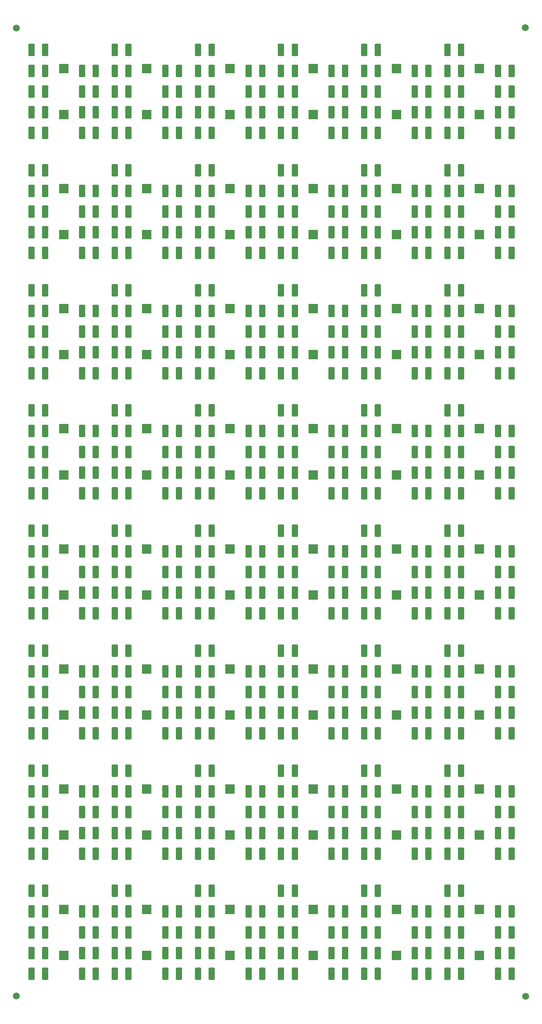
<source format=gbr>
%TF.GenerationSoftware,KiCad,Pcbnew,(7.0.0)*%
%TF.CreationDate,2023-02-27T23:00:04+05:30*%
%TF.ProjectId,9W_SYSKA,39575f53-5953-44b4-912e-6b696361645f,rev?*%
%TF.SameCoordinates,Original*%
%TF.FileFunction,Soldermask,Top*%
%TF.FilePolarity,Negative*%
%FSLAX46Y46*%
G04 Gerber Fmt 4.6, Leading zero omitted, Abs format (unit mm)*
G04 Created by KiCad (PCBNEW (7.0.0)) date 2023-02-27 23:00:04*
%MOMM*%
%LPD*%
G01*
G04 APERTURE LIST*
G04 Aperture macros list*
%AMRoundRect*
0 Rectangle with rounded corners*
0 $1 Rounding radius*
0 $2 $3 $4 $5 $6 $7 $8 $9 X,Y pos of 4 corners*
0 Add a 4 corners polygon primitive as box body*
4,1,4,$2,$3,$4,$5,$6,$7,$8,$9,$2,$3,0*
0 Add four circle primitives for the rounded corners*
1,1,$1+$1,$2,$3*
1,1,$1+$1,$4,$5*
1,1,$1+$1,$6,$7*
1,1,$1+$1,$8,$9*
0 Add four rect primitives between the rounded corners*
20,1,$1+$1,$2,$3,$4,$5,0*
20,1,$1+$1,$4,$5,$6,$7,0*
20,1,$1+$1,$6,$7,$8,$9,0*
20,1,$1+$1,$8,$9,$2,$3,0*%
G04 Aperture macros list end*
%ADD10C,1.500000*%
%ADD11RoundRect,0.250001X-0.462499X-1.074999X0.462499X-1.074999X0.462499X1.074999X-0.462499X1.074999X0*%
%ADD12R,2.000000X2.000000*%
G04 APERTURE END LIST*
D10*
%TO.C,REF\u002A\u002A*%
X98710000Y-231520000D03*
%TD*%
D11*
%TO.C,L9*%
X203515000Y-161000000D03*
X206490000Y-161000000D03*
%TD*%
%TO.C,L7*%
X167315000Y-222200000D03*
X170290000Y-222200000D03*
%TD*%
%TO.C,L8*%
X149215000Y-139400000D03*
X152190000Y-139400000D03*
%TD*%
%TO.C,L6*%
X167315000Y-174500000D03*
X170290000Y-174500000D03*
%TD*%
D12*
%TO.C,J1*%
X127102499Y-108299999D03*
%TD*%
D11*
%TO.C,L3*%
X174415000Y-113300000D03*
X177390000Y-113300000D03*
%TD*%
%TO.C,L3*%
X156315000Y-217700000D03*
X159290000Y-217700000D03*
%TD*%
%TO.C,L8*%
X149215000Y-191600000D03*
X152190000Y-191600000D03*
%TD*%
%TO.C,L5*%
X174412500Y-44000000D03*
X177387500Y-44000000D03*
%TD*%
%TO.C,L8*%
X131112500Y-35000000D03*
X134087500Y-35000000D03*
%TD*%
%TO.C,L8*%
X149215000Y-165500000D03*
X152190000Y-165500000D03*
%TD*%
%TO.C,L5*%
X156315000Y-174500000D03*
X159290000Y-174500000D03*
%TD*%
D12*
%TO.C,J2*%
X108999999Y-66099999D03*
%TD*%
D11*
%TO.C,L5*%
X192515000Y-174500000D03*
X195490000Y-174500000D03*
%TD*%
D12*
%TO.C,J1*%
X181402499Y-186599999D03*
%TD*%
D11*
%TO.C,L6*%
X203515000Y-200600000D03*
X206490000Y-200600000D03*
%TD*%
%TO.C,L5*%
X138215000Y-200600000D03*
X141190000Y-200600000D03*
%TD*%
%TO.C,L4*%
X192512500Y-91700000D03*
X195487500Y-91700000D03*
%TD*%
%TO.C,L1*%
X174412500Y-52100000D03*
X177387500Y-52100000D03*
%TD*%
%TO.C,L7*%
X131112500Y-39500000D03*
X134087500Y-39500000D03*
%TD*%
%TO.C,L7*%
X203512500Y-91700000D03*
X206487500Y-91700000D03*
%TD*%
%TO.C,L8*%
X203512500Y-61100000D03*
X206487500Y-61100000D03*
%TD*%
%TO.C,L6*%
X131112500Y-96200000D03*
X134087500Y-96200000D03*
%TD*%
%TO.C,L9*%
X131112500Y-82700000D03*
X134087500Y-82700000D03*
%TD*%
%TO.C,L2*%
X138215000Y-134900000D03*
X141190000Y-134900000D03*
%TD*%
D10*
%TO.C,REF\u002A\u002A*%
X209460000Y-21150000D03*
%TD*%
D11*
%TO.C,L9*%
X113012500Y-30500000D03*
X115987500Y-30500000D03*
%TD*%
%TO.C,L2*%
X138215000Y-187100000D03*
X141190000Y-187100000D03*
%TD*%
%TO.C,L7*%
X131115000Y-222200000D03*
X134090000Y-222200000D03*
%TD*%
D12*
%TO.C,J2*%
X108999999Y-92199999D03*
%TD*%
D11*
%TO.C,L9*%
X203512500Y-30500000D03*
X206487500Y-30500000D03*
%TD*%
D12*
%TO.C,J1*%
X145199999Y-82199999D03*
%TD*%
D11*
%TO.C,L8*%
X203515000Y-113300000D03*
X206490000Y-113300000D03*
%TD*%
D12*
%TO.C,J2*%
X145199999Y-39999999D03*
%TD*%
%TO.C,J2*%
X163299999Y-92199999D03*
%TD*%
D11*
%TO.C,L9*%
X149215000Y-134900000D03*
X152190000Y-134900000D03*
%TD*%
%TO.C,L1*%
X120112500Y-52100000D03*
X123087500Y-52100000D03*
%TD*%
%TO.C,L3*%
X174412500Y-35000000D03*
X177387500Y-35000000D03*
%TD*%
%TO.C,L2*%
X156315000Y-134900000D03*
X159290000Y-134900000D03*
%TD*%
%TO.C,L8*%
X113015000Y-217700000D03*
X115990000Y-217700000D03*
%TD*%
%TO.C,L2*%
X156312500Y-30500000D03*
X159287500Y-30500000D03*
%TD*%
%TO.C,L6*%
X149215000Y-200600000D03*
X152190000Y-200600000D03*
%TD*%
%TO.C,L9*%
X203515000Y-187100000D03*
X206490000Y-187100000D03*
%TD*%
%TO.C,L2*%
X156312500Y-56600000D03*
X159287500Y-56600000D03*
%TD*%
%TO.C,L9*%
X185415000Y-108800000D03*
X188390000Y-108800000D03*
%TD*%
%TO.C,L4*%
X138215000Y-117800000D03*
X141190000Y-117800000D03*
%TD*%
%TO.C,L4*%
X174415000Y-117800000D03*
X177390000Y-117800000D03*
%TD*%
%TO.C,L6*%
X185415000Y-226700000D03*
X188390000Y-226700000D03*
%TD*%
%TO.C,L9*%
X167312500Y-82700000D03*
X170287500Y-82700000D03*
%TD*%
%TO.C,L8*%
X203515000Y-165500000D03*
X206490000Y-165500000D03*
%TD*%
%TO.C,L9*%
X131115000Y-161000000D03*
X134090000Y-161000000D03*
%TD*%
%TO.C,L4*%
X156312500Y-65600000D03*
X159287500Y-65600000D03*
%TD*%
%TO.C,L6*%
X113015000Y-226700000D03*
X115990000Y-226700000D03*
%TD*%
%TO.C,L6*%
X131115000Y-226700000D03*
X134090000Y-226700000D03*
%TD*%
D12*
%TO.C,J1*%
X181399999Y-56099999D03*
%TD*%
D11*
%TO.C,L6*%
X131115000Y-200600000D03*
X134090000Y-200600000D03*
%TD*%
%TO.C,L6*%
X131115000Y-174500000D03*
X134090000Y-174500000D03*
%TD*%
%TO.C,L2*%
X120112500Y-56600000D03*
X123087500Y-56600000D03*
%TD*%
%TO.C,L7*%
X131112500Y-91700000D03*
X134087500Y-91700000D03*
%TD*%
%TO.C,L9*%
X167315000Y-134900000D03*
X170290000Y-134900000D03*
%TD*%
%TO.C,L7*%
X149212500Y-91700000D03*
X152187500Y-91700000D03*
%TD*%
D12*
%TO.C,J2*%
X127102499Y-118299999D03*
%TD*%
D11*
%TO.C,L5*%
X192515000Y-226700000D03*
X195490000Y-226700000D03*
%TD*%
%TO.C,L6*%
X149215000Y-122300000D03*
X152190000Y-122300000D03*
%TD*%
%TO.C,L2*%
X192515000Y-187100000D03*
X195490000Y-187100000D03*
%TD*%
D12*
%TO.C,J1*%
X145202499Y-186599999D03*
%TD*%
D11*
%TO.C,L6*%
X185412500Y-70100000D03*
X188387500Y-70100000D03*
%TD*%
%TO.C,L2*%
X156315000Y-187100000D03*
X159290000Y-187100000D03*
%TD*%
%TO.C,L5*%
X138215000Y-226700000D03*
X141190000Y-226700000D03*
%TD*%
%TO.C,L7*%
X167312500Y-91700000D03*
X170287500Y-91700000D03*
%TD*%
%TO.C,L2*%
X102012500Y-82700000D03*
X104987500Y-82700000D03*
%TD*%
%TO.C,L5*%
X120112500Y-44000000D03*
X123087500Y-44000000D03*
%TD*%
D12*
%TO.C,J2*%
X199499999Y-39999999D03*
%TD*%
D11*
%TO.C,L3*%
X174415000Y-191600000D03*
X177390000Y-191600000D03*
%TD*%
D12*
%TO.C,J1*%
X199502499Y-186599999D03*
%TD*%
%TO.C,J2*%
X199499999Y-92199999D03*
%TD*%
D11*
%TO.C,L3*%
X102015000Y-191600000D03*
X104990000Y-191600000D03*
%TD*%
D12*
%TO.C,J1*%
X127102499Y-212699999D03*
%TD*%
%TO.C,J2*%
X199502499Y-222699999D03*
%TD*%
D11*
%TO.C,L9*%
X185415000Y-161000000D03*
X188390000Y-161000000D03*
%TD*%
%TO.C,L4*%
X120115000Y-222200000D03*
X123090000Y-222200000D03*
%TD*%
D12*
%TO.C,J2*%
X108999999Y-39999999D03*
%TD*%
D11*
%TO.C,L3*%
X156312500Y-35000000D03*
X159287500Y-35000000D03*
%TD*%
D12*
%TO.C,J1*%
X145202499Y-108299999D03*
%TD*%
D11*
%TO.C,L1*%
X174412500Y-26000000D03*
X177387500Y-26000000D03*
%TD*%
%TO.C,L7*%
X149215000Y-117800000D03*
X152190000Y-117800000D03*
%TD*%
D12*
%TO.C,J1*%
X163302499Y-108299999D03*
%TD*%
D11*
%TO.C,L3*%
X192512500Y-35000000D03*
X195487500Y-35000000D03*
%TD*%
%TO.C,L2*%
X120115000Y-213200000D03*
X123090000Y-213200000D03*
%TD*%
D12*
%TO.C,J1*%
X199502499Y-108299999D03*
%TD*%
%TO.C,J1*%
X109002499Y-134399999D03*
%TD*%
D11*
%TO.C,L2*%
X174415000Y-134900000D03*
X177390000Y-134900000D03*
%TD*%
%TO.C,L6*%
X131115000Y-148400000D03*
X134090000Y-148400000D03*
%TD*%
%TO.C,L3*%
X156315000Y-139400000D03*
X159290000Y-139400000D03*
%TD*%
%TO.C,L6*%
X113012500Y-96200000D03*
X115987500Y-96200000D03*
%TD*%
%TO.C,L4*%
X120112500Y-91700000D03*
X123087500Y-91700000D03*
%TD*%
%TO.C,L4*%
X120115000Y-170000000D03*
X123090000Y-170000000D03*
%TD*%
%TO.C,L2*%
X120115000Y-108800000D03*
X123090000Y-108800000D03*
%TD*%
%TO.C,L8*%
X149215000Y-217700000D03*
X152190000Y-217700000D03*
%TD*%
%TO.C,L4*%
X102012500Y-65600000D03*
X104987500Y-65600000D03*
%TD*%
%TO.C,L6*%
X149212500Y-96200000D03*
X152187500Y-96200000D03*
%TD*%
%TO.C,L8*%
X167315000Y-191600000D03*
X170290000Y-191600000D03*
%TD*%
%TO.C,L4*%
X138215000Y-170000000D03*
X141190000Y-170000000D03*
%TD*%
%TO.C,L8*%
X113015000Y-165500000D03*
X115990000Y-165500000D03*
%TD*%
%TO.C,L7*%
X203515000Y-222200000D03*
X206490000Y-222200000D03*
%TD*%
%TO.C,L5*%
X102012500Y-96200000D03*
X104987500Y-96200000D03*
%TD*%
D10*
%TO.C,REF\u002A\u002A*%
X209510000Y-231580000D03*
%TD*%
D11*
%TO.C,L8*%
X113012500Y-87200000D03*
X115987500Y-87200000D03*
%TD*%
%TO.C,L9*%
X113015000Y-213200000D03*
X115990000Y-213200000D03*
%TD*%
%TO.C,L9*%
X113015000Y-108800000D03*
X115990000Y-108800000D03*
%TD*%
%TO.C,L5*%
X174412500Y-96200000D03*
X177387500Y-96200000D03*
%TD*%
D12*
%TO.C,J2*%
X163299999Y-39999999D03*
%TD*%
D11*
%TO.C,L1*%
X120115000Y-208700000D03*
X123090000Y-208700000D03*
%TD*%
%TO.C,L4*%
X192515000Y-196100000D03*
X195490000Y-196100000D03*
%TD*%
%TO.C,L3*%
X102015000Y-139400000D03*
X104990000Y-139400000D03*
%TD*%
%TO.C,L1*%
X138212500Y-52100000D03*
X141187500Y-52100000D03*
%TD*%
%TO.C,L7*%
X113012500Y-91700000D03*
X115987500Y-91700000D03*
%TD*%
%TO.C,L3*%
X138215000Y-165500000D03*
X141190000Y-165500000D03*
%TD*%
%TO.C,L1*%
X156312500Y-26000000D03*
X159287500Y-26000000D03*
%TD*%
%TO.C,L6*%
X113015000Y-200600000D03*
X115990000Y-200600000D03*
%TD*%
%TO.C,L6*%
X185415000Y-148400000D03*
X188390000Y-148400000D03*
%TD*%
%TO.C,L2*%
X102015000Y-161000000D03*
X104990000Y-161000000D03*
%TD*%
%TO.C,L3*%
X156312500Y-61100000D03*
X159287500Y-61100000D03*
%TD*%
%TO.C,L1*%
X138215000Y-208700000D03*
X141190000Y-208700000D03*
%TD*%
D12*
%TO.C,J2*%
X145199999Y-66099999D03*
%TD*%
D11*
%TO.C,L8*%
X131115000Y-217700000D03*
X134090000Y-217700000D03*
%TD*%
%TO.C,L8*%
X167312500Y-35000000D03*
X170287500Y-35000000D03*
%TD*%
D12*
%TO.C,J2*%
X199502499Y-118299999D03*
%TD*%
D11*
%TO.C,L4*%
X156315000Y-143900000D03*
X159290000Y-143900000D03*
%TD*%
%TO.C,L1*%
X138212500Y-78200000D03*
X141187500Y-78200000D03*
%TD*%
%TO.C,L3*%
X156315000Y-191600000D03*
X159290000Y-191600000D03*
%TD*%
%TO.C,L9*%
X167315000Y-213200000D03*
X170290000Y-213200000D03*
%TD*%
%TO.C,L9*%
X185415000Y-213200000D03*
X188390000Y-213200000D03*
%TD*%
%TO.C,L8*%
X167315000Y-139400000D03*
X170290000Y-139400000D03*
%TD*%
%TO.C,L9*%
X185412500Y-56600000D03*
X188387500Y-56600000D03*
%TD*%
%TO.C,L7*%
X131112500Y-65600000D03*
X134087500Y-65600000D03*
%TD*%
D12*
%TO.C,J1*%
X181402499Y-160499999D03*
%TD*%
%TO.C,J1*%
X145202499Y-212699999D03*
%TD*%
D11*
%TO.C,L5*%
X120112500Y-96200000D03*
X123087500Y-96200000D03*
%TD*%
%TO.C,L3*%
X120112500Y-35000000D03*
X123087500Y-35000000D03*
%TD*%
%TO.C,L2*%
X102012500Y-56600000D03*
X104987500Y-56600000D03*
%TD*%
%TO.C,L8*%
X185412500Y-61100000D03*
X188387500Y-61100000D03*
%TD*%
%TO.C,L4*%
X102015000Y-222200000D03*
X104990000Y-222200000D03*
%TD*%
%TO.C,L1*%
X192515000Y-208700000D03*
X195490000Y-208700000D03*
%TD*%
%TO.C,L7*%
X167315000Y-196100000D03*
X170290000Y-196100000D03*
%TD*%
%TO.C,L2*%
X156315000Y-161000000D03*
X159290000Y-161000000D03*
%TD*%
%TO.C,L1*%
X102015000Y-208700000D03*
X104990000Y-208700000D03*
%TD*%
%TO.C,L3*%
X192512500Y-61100000D03*
X195487500Y-61100000D03*
%TD*%
D12*
%TO.C,J2*%
X127102499Y-222699999D03*
%TD*%
D11*
%TO.C,L1*%
X192515000Y-156500000D03*
X195490000Y-156500000D03*
%TD*%
%TO.C,L6*%
X131112500Y-44000000D03*
X134087500Y-44000000D03*
%TD*%
D12*
%TO.C,J2*%
X181399999Y-92199999D03*
%TD*%
D11*
%TO.C,L2*%
X192515000Y-161000000D03*
X195490000Y-161000000D03*
%TD*%
%TO.C,L8*%
X203512500Y-87200000D03*
X206487500Y-87200000D03*
%TD*%
%TO.C,L1*%
X138215000Y-104300000D03*
X141190000Y-104300000D03*
%TD*%
%TO.C,L6*%
X185412500Y-96200000D03*
X188387500Y-96200000D03*
%TD*%
%TO.C,L8*%
X131115000Y-113300000D03*
X134090000Y-113300000D03*
%TD*%
%TO.C,L4*%
X138215000Y-222200000D03*
X141190000Y-222200000D03*
%TD*%
D12*
%TO.C,J1*%
X163299999Y-82199999D03*
%TD*%
D11*
%TO.C,L5*%
X102015000Y-200600000D03*
X104990000Y-200600000D03*
%TD*%
%TO.C,L9*%
X113015000Y-161000000D03*
X115990000Y-161000000D03*
%TD*%
D12*
%TO.C,J2*%
X181399999Y-39999999D03*
%TD*%
D11*
%TO.C,L5*%
X174415000Y-200600000D03*
X177390000Y-200600000D03*
%TD*%
D12*
%TO.C,J1*%
X163299999Y-29999999D03*
%TD*%
%TO.C,J1*%
X163302499Y-160499999D03*
%TD*%
%TO.C,J2*%
X127102499Y-144399999D03*
%TD*%
D11*
%TO.C,L2*%
X174415000Y-108800000D03*
X177390000Y-108800000D03*
%TD*%
D12*
%TO.C,J1*%
X109002499Y-212699999D03*
%TD*%
D11*
%TO.C,L4*%
X174415000Y-196100000D03*
X177390000Y-196100000D03*
%TD*%
%TO.C,L7*%
X185415000Y-117800000D03*
X188390000Y-117800000D03*
%TD*%
%TO.C,L5*%
X156315000Y-122300000D03*
X159290000Y-122300000D03*
%TD*%
%TO.C,L3*%
X138215000Y-139400000D03*
X141190000Y-139400000D03*
%TD*%
%TO.C,L2*%
X174415000Y-161000000D03*
X177390000Y-161000000D03*
%TD*%
D12*
%TO.C,J1*%
X199502499Y-212699999D03*
%TD*%
%TO.C,J2*%
X181402499Y-196599999D03*
%TD*%
D11*
%TO.C,L1*%
X120115000Y-130400000D03*
X123090000Y-130400000D03*
%TD*%
%TO.C,L3*%
X138215000Y-191600000D03*
X141190000Y-191600000D03*
%TD*%
D12*
%TO.C,J1*%
X199499999Y-82199999D03*
%TD*%
D11*
%TO.C,L9*%
X131115000Y-134900000D03*
X134090000Y-134900000D03*
%TD*%
%TO.C,L7*%
X203515000Y-143900000D03*
X206490000Y-143900000D03*
%TD*%
%TO.C,L3*%
X138212500Y-61100000D03*
X141187500Y-61100000D03*
%TD*%
D12*
%TO.C,J2*%
X181402499Y-170499999D03*
%TD*%
D11*
%TO.C,L5*%
X174415000Y-148400000D03*
X177390000Y-148400000D03*
%TD*%
%TO.C,L3*%
X120115000Y-165500000D03*
X123090000Y-165500000D03*
%TD*%
%TO.C,L1*%
X138212500Y-26000000D03*
X141187500Y-26000000D03*
%TD*%
%TO.C,L8*%
X113012500Y-35000000D03*
X115987500Y-35000000D03*
%TD*%
%TO.C,L1*%
X120112500Y-26000000D03*
X123087500Y-26000000D03*
%TD*%
%TO.C,L5*%
X156315000Y-226700000D03*
X159290000Y-226700000D03*
%TD*%
%TO.C,L1*%
X192515000Y-182600000D03*
X195490000Y-182600000D03*
%TD*%
%TO.C,L7*%
X149215000Y-196100000D03*
X152190000Y-196100000D03*
%TD*%
%TO.C,L8*%
X203515000Y-191600000D03*
X206490000Y-191600000D03*
%TD*%
%TO.C,L6*%
X185415000Y-122300000D03*
X188390000Y-122300000D03*
%TD*%
%TO.C,L8*%
X203512500Y-35000000D03*
X206487500Y-35000000D03*
%TD*%
%TO.C,L9*%
X149212500Y-30500000D03*
X152187500Y-30500000D03*
%TD*%
%TO.C,L6*%
X185415000Y-200600000D03*
X188390000Y-200600000D03*
%TD*%
%TO.C,L6*%
X167315000Y-226700000D03*
X170290000Y-226700000D03*
%TD*%
%TO.C,L7*%
X185412500Y-91700000D03*
X188387500Y-91700000D03*
%TD*%
%TO.C,L7*%
X131115000Y-117800000D03*
X134090000Y-117800000D03*
%TD*%
%TO.C,L7*%
X203512500Y-65600000D03*
X206487500Y-65600000D03*
%TD*%
%TO.C,L9*%
X149212500Y-56600000D03*
X152187500Y-56600000D03*
%TD*%
D12*
%TO.C,J1*%
X145199999Y-29999999D03*
%TD*%
D11*
%TO.C,L6*%
X203515000Y-148400000D03*
X206490000Y-148400000D03*
%TD*%
D12*
%TO.C,J1*%
X199502499Y-160499999D03*
%TD*%
D11*
%TO.C,L1*%
X174412500Y-78200000D03*
X177387500Y-78200000D03*
%TD*%
%TO.C,L8*%
X149212500Y-35000000D03*
X152187500Y-35000000D03*
%TD*%
%TO.C,L5*%
X156315000Y-148400000D03*
X159290000Y-148400000D03*
%TD*%
%TO.C,L4*%
X156312500Y-39500000D03*
X159287500Y-39500000D03*
%TD*%
%TO.C,L2*%
X192515000Y-134900000D03*
X195490000Y-134900000D03*
%TD*%
%TO.C,L7*%
X167315000Y-143900000D03*
X170290000Y-143900000D03*
%TD*%
%TO.C,L1*%
X156312500Y-78200000D03*
X159287500Y-78200000D03*
%TD*%
%TO.C,L7*%
X167315000Y-117800000D03*
X170290000Y-117800000D03*
%TD*%
%TO.C,L2*%
X102015000Y-108800000D03*
X104990000Y-108800000D03*
%TD*%
%TO.C,L5*%
X156315000Y-200600000D03*
X159290000Y-200600000D03*
%TD*%
%TO.C,L6*%
X167312500Y-44000000D03*
X170287500Y-44000000D03*
%TD*%
%TO.C,L9*%
X203515000Y-108800000D03*
X206490000Y-108800000D03*
%TD*%
%TO.C,L6*%
X203515000Y-226700000D03*
X206490000Y-226700000D03*
%TD*%
%TO.C,L6*%
X167312500Y-96200000D03*
X170287500Y-96200000D03*
%TD*%
%TO.C,L2*%
X192512500Y-82700000D03*
X195487500Y-82700000D03*
%TD*%
%TO.C,L9*%
X131115000Y-187100000D03*
X134090000Y-187100000D03*
%TD*%
%TO.C,L2*%
X138215000Y-108800000D03*
X141190000Y-108800000D03*
%TD*%
%TO.C,L5*%
X102015000Y-226700000D03*
X104990000Y-226700000D03*
%TD*%
D12*
%TO.C,J2*%
X163299999Y-66099999D03*
%TD*%
D11*
%TO.C,L5*%
X120115000Y-200600000D03*
X123090000Y-200600000D03*
%TD*%
%TO.C,L4*%
X192515000Y-222200000D03*
X195490000Y-222200000D03*
%TD*%
D12*
%TO.C,J1*%
X127099999Y-82199999D03*
%TD*%
D11*
%TO.C,L6*%
X113012500Y-70100000D03*
X115987500Y-70100000D03*
%TD*%
%TO.C,L1*%
X192512500Y-52100000D03*
X195487500Y-52100000D03*
%TD*%
%TO.C,L8*%
X131115000Y-139400000D03*
X134090000Y-139400000D03*
%TD*%
%TO.C,L9*%
X131112500Y-56600000D03*
X134087500Y-56600000D03*
%TD*%
%TO.C,L7*%
X185415000Y-196100000D03*
X188390000Y-196100000D03*
%TD*%
D12*
%TO.C,J1*%
X181399999Y-82199999D03*
%TD*%
D11*
%TO.C,L7*%
X149215000Y-143900000D03*
X152190000Y-143900000D03*
%TD*%
D12*
%TO.C,J2*%
X145202499Y-196599999D03*
%TD*%
D11*
%TO.C,L5*%
X174412500Y-70100000D03*
X177387500Y-70100000D03*
%TD*%
D12*
%TO.C,J2*%
X163302499Y-118299999D03*
%TD*%
D11*
%TO.C,L8*%
X185415000Y-191600000D03*
X188390000Y-191600000D03*
%TD*%
%TO.C,L1*%
X156315000Y-130400000D03*
X159290000Y-130400000D03*
%TD*%
%TO.C,L5*%
X102015000Y-174500000D03*
X104990000Y-174500000D03*
%TD*%
%TO.C,L1*%
X120115000Y-156500000D03*
X123090000Y-156500000D03*
%TD*%
%TO.C,L7*%
X203512500Y-39500000D03*
X206487500Y-39500000D03*
%TD*%
%TO.C,L4*%
X102015000Y-196100000D03*
X104990000Y-196100000D03*
%TD*%
%TO.C,L4*%
X138212500Y-91700000D03*
X141187500Y-91700000D03*
%TD*%
%TO.C,L5*%
X192515000Y-148400000D03*
X195490000Y-148400000D03*
%TD*%
%TO.C,L3*%
X174415000Y-217700000D03*
X177390000Y-217700000D03*
%TD*%
%TO.C,L7*%
X185412500Y-65600000D03*
X188387500Y-65600000D03*
%TD*%
%TO.C,L3*%
X120115000Y-191600000D03*
X123090000Y-191600000D03*
%TD*%
%TO.C,L5*%
X192515000Y-122300000D03*
X195490000Y-122300000D03*
%TD*%
%TO.C,L6*%
X203515000Y-122300000D03*
X206490000Y-122300000D03*
%TD*%
%TO.C,L8*%
X167315000Y-217700000D03*
X170290000Y-217700000D03*
%TD*%
%TO.C,L8*%
X113012500Y-61100000D03*
X115987500Y-61100000D03*
%TD*%
%TO.C,L5*%
X156312500Y-70100000D03*
X159287500Y-70100000D03*
%TD*%
%TO.C,L2*%
X174415000Y-187100000D03*
X177390000Y-187100000D03*
%TD*%
D12*
%TO.C,J1*%
X127102499Y-160499999D03*
%TD*%
D11*
%TO.C,L4*%
X138212500Y-65600000D03*
X141187500Y-65600000D03*
%TD*%
D12*
%TO.C,J2*%
X127102499Y-170499999D03*
%TD*%
%TO.C,J1*%
X199499999Y-29999999D03*
%TD*%
D11*
%TO.C,L7*%
X113012500Y-65600000D03*
X115987500Y-65600000D03*
%TD*%
%TO.C,L7*%
X131115000Y-143900000D03*
X134090000Y-143900000D03*
%TD*%
%TO.C,L2*%
X120115000Y-161000000D03*
X123090000Y-161000000D03*
%TD*%
D12*
%TO.C,J1*%
X181402499Y-134399999D03*
%TD*%
D11*
%TO.C,L8*%
X185412500Y-35000000D03*
X188387500Y-35000000D03*
%TD*%
%TO.C,L8*%
X185415000Y-217700000D03*
X188390000Y-217700000D03*
%TD*%
D12*
%TO.C,J1*%
X181402499Y-212699999D03*
%TD*%
D11*
%TO.C,L1*%
X174415000Y-130400000D03*
X177390000Y-130400000D03*
%TD*%
%TO.C,L6*%
X185412500Y-44000000D03*
X188387500Y-44000000D03*
%TD*%
%TO.C,L3*%
X192515000Y-191600000D03*
X195490000Y-191600000D03*
%TD*%
D12*
%TO.C,J1*%
X199502499Y-134399999D03*
%TD*%
D11*
%TO.C,L5*%
X120112500Y-70100000D03*
X123087500Y-70100000D03*
%TD*%
%TO.C,L6*%
X167315000Y-148400000D03*
X170290000Y-148400000D03*
%TD*%
%TO.C,L1*%
X192515000Y-130400000D03*
X195490000Y-130400000D03*
%TD*%
D12*
%TO.C,J1*%
X127099999Y-56099999D03*
%TD*%
D11*
%TO.C,L1*%
X174415000Y-208700000D03*
X177390000Y-208700000D03*
%TD*%
%TO.C,L6*%
X167315000Y-122300000D03*
X170290000Y-122300000D03*
%TD*%
%TO.C,L3*%
X192515000Y-217700000D03*
X195490000Y-217700000D03*
%TD*%
%TO.C,L2*%
X192515000Y-108800000D03*
X195490000Y-108800000D03*
%TD*%
D12*
%TO.C,J2*%
X163302499Y-196599999D03*
%TD*%
D11*
%TO.C,L8*%
X113015000Y-139400000D03*
X115990000Y-139400000D03*
%TD*%
%TO.C,L5*%
X174415000Y-122300000D03*
X177390000Y-122300000D03*
%TD*%
%TO.C,L3*%
X138215000Y-113300000D03*
X141190000Y-113300000D03*
%TD*%
%TO.C,L4*%
X102015000Y-143900000D03*
X104990000Y-143900000D03*
%TD*%
%TO.C,L1*%
X138215000Y-156500000D03*
X141190000Y-156500000D03*
%TD*%
D12*
%TO.C,J1*%
X127099999Y-29999999D03*
%TD*%
D11*
%TO.C,L7*%
X203515000Y-117800000D03*
X206490000Y-117800000D03*
%TD*%
%TO.C,L7*%
X185415000Y-170000000D03*
X188390000Y-170000000D03*
%TD*%
%TO.C,L2*%
X120112500Y-30500000D03*
X123087500Y-30500000D03*
%TD*%
D12*
%TO.C,J2*%
X127099999Y-92199999D03*
%TD*%
D11*
%TO.C,L8*%
X167312500Y-61100000D03*
X170287500Y-61100000D03*
%TD*%
%TO.C,L7*%
X149212500Y-65600000D03*
X152187500Y-65600000D03*
%TD*%
%TO.C,L2*%
X174415000Y-213200000D03*
X177390000Y-213200000D03*
%TD*%
D12*
%TO.C,J2*%
X181402499Y-144399999D03*
%TD*%
%TO.C,J2*%
X163302499Y-222699999D03*
%TD*%
D11*
%TO.C,L4*%
X174412500Y-39500000D03*
X177387500Y-39500000D03*
%TD*%
D12*
%TO.C,J1*%
X145202499Y-134399999D03*
%TD*%
D11*
%TO.C,L9*%
X167315000Y-187100000D03*
X170290000Y-187100000D03*
%TD*%
%TO.C,L3*%
X174415000Y-139400000D03*
X177390000Y-139400000D03*
%TD*%
%TO.C,L3*%
X138212500Y-35000000D03*
X141187500Y-35000000D03*
%TD*%
%TO.C,L8*%
X203515000Y-217700000D03*
X206490000Y-217700000D03*
%TD*%
%TO.C,L5*%
X192512500Y-70100000D03*
X195487500Y-70100000D03*
%TD*%
%TO.C,L9*%
X131115000Y-213200000D03*
X134090000Y-213200000D03*
%TD*%
%TO.C,L9*%
X131112500Y-30500000D03*
X134087500Y-30500000D03*
%TD*%
%TO.C,L9*%
X185412500Y-82700000D03*
X188387500Y-82700000D03*
%TD*%
%TO.C,L2*%
X138212500Y-56600000D03*
X141187500Y-56600000D03*
%TD*%
D12*
%TO.C,J2*%
X127099999Y-66099999D03*
%TD*%
D11*
%TO.C,L2*%
X102015000Y-134900000D03*
X104990000Y-134900000D03*
%TD*%
%TO.C,L7*%
X167315000Y-170000000D03*
X170290000Y-170000000D03*
%TD*%
%TO.C,L5*%
X138212500Y-70100000D03*
X141187500Y-70100000D03*
%TD*%
D12*
%TO.C,J2*%
X145202499Y-118299999D03*
%TD*%
%TO.C,J2*%
X199499999Y-66099999D03*
%TD*%
%TO.C,J2*%
X199502499Y-144399999D03*
%TD*%
D11*
%TO.C,L3*%
X138215000Y-217700000D03*
X141190000Y-217700000D03*
%TD*%
%TO.C,L4*%
X156315000Y-117800000D03*
X159290000Y-117800000D03*
%TD*%
%TO.C,L6*%
X149215000Y-148400000D03*
X152190000Y-148400000D03*
%TD*%
%TO.C,L3*%
X156315000Y-165500000D03*
X159290000Y-165500000D03*
%TD*%
%TO.C,L2*%
X138215000Y-161000000D03*
X141190000Y-161000000D03*
%TD*%
%TO.C,L6*%
X131112500Y-70100000D03*
X134087500Y-70100000D03*
%TD*%
%TO.C,L6*%
X167312500Y-70100000D03*
X170287500Y-70100000D03*
%TD*%
D12*
%TO.C,J1*%
X108999999Y-56099999D03*
%TD*%
%TO.C,J2*%
X163302499Y-170499999D03*
%TD*%
D11*
%TO.C,L4*%
X174415000Y-222200000D03*
X177390000Y-222200000D03*
%TD*%
%TO.C,L9*%
X131115000Y-108800000D03*
X134090000Y-108800000D03*
%TD*%
%TO.C,L1*%
X102012500Y-78200000D03*
X104987500Y-78200000D03*
%TD*%
%TO.C,L4*%
X120112500Y-65600000D03*
X123087500Y-65600000D03*
%TD*%
%TO.C,L6*%
X203512500Y-44000000D03*
X206487500Y-44000000D03*
%TD*%
%TO.C,L3*%
X174412500Y-61100000D03*
X177387500Y-61100000D03*
%TD*%
%TO.C,L5*%
X102012500Y-44000000D03*
X104987500Y-44000000D03*
%TD*%
%TO.C,L4*%
X174412500Y-91700000D03*
X177387500Y-91700000D03*
%TD*%
%TO.C,L4*%
X102015000Y-170000000D03*
X104990000Y-170000000D03*
%TD*%
%TO.C,L4*%
X192512500Y-65600000D03*
X195487500Y-65600000D03*
%TD*%
%TO.C,L4*%
X192512500Y-39500000D03*
X195487500Y-39500000D03*
%TD*%
D12*
%TO.C,J2*%
X109002499Y-222699999D03*
%TD*%
%TO.C,J1*%
X163302499Y-212699999D03*
%TD*%
D11*
%TO.C,L4*%
X102012500Y-39500000D03*
X104987500Y-39500000D03*
%TD*%
D12*
%TO.C,J1*%
X127102499Y-134399999D03*
%TD*%
D11*
%TO.C,L1*%
X120115000Y-104300000D03*
X123090000Y-104300000D03*
%TD*%
%TO.C,L5*%
X156312500Y-44000000D03*
X159287500Y-44000000D03*
%TD*%
%TO.C,L4*%
X156315000Y-196100000D03*
X159290000Y-196100000D03*
%TD*%
%TO.C,L2*%
X174412500Y-30500000D03*
X177387500Y-30500000D03*
%TD*%
%TO.C,L5*%
X138215000Y-148400000D03*
X141190000Y-148400000D03*
%TD*%
%TO.C,L5*%
X120115000Y-226700000D03*
X123090000Y-226700000D03*
%TD*%
D12*
%TO.C,J1*%
X109002499Y-160499999D03*
%TD*%
D11*
%TO.C,L6*%
X203515000Y-174500000D03*
X206490000Y-174500000D03*
%TD*%
%TO.C,L8*%
X185415000Y-139400000D03*
X188390000Y-139400000D03*
%TD*%
%TO.C,L4*%
X174415000Y-143900000D03*
X177390000Y-143900000D03*
%TD*%
%TO.C,L1*%
X192512500Y-78200000D03*
X195487500Y-78200000D03*
%TD*%
D12*
%TO.C,J2*%
X109002499Y-144399999D03*
%TD*%
D11*
%TO.C,L7*%
X149215000Y-222200000D03*
X152190000Y-222200000D03*
%TD*%
D12*
%TO.C,J1*%
X145202499Y-160499999D03*
%TD*%
D11*
%TO.C,L3*%
X102015000Y-217700000D03*
X104990000Y-217700000D03*
%TD*%
%TO.C,L6*%
X203512500Y-70100000D03*
X206487500Y-70100000D03*
%TD*%
%TO.C,L3*%
X192515000Y-113300000D03*
X195490000Y-113300000D03*
%TD*%
%TO.C,L5*%
X120115000Y-174500000D03*
X123090000Y-174500000D03*
%TD*%
%TO.C,L1*%
X138215000Y-182600000D03*
X141190000Y-182600000D03*
%TD*%
%TO.C,L9*%
X113012500Y-56600000D03*
X115987500Y-56600000D03*
%TD*%
D12*
%TO.C,J2*%
X181402499Y-118299999D03*
%TD*%
D11*
%TO.C,L4*%
X156315000Y-170000000D03*
X159290000Y-170000000D03*
%TD*%
%TO.C,L1*%
X156315000Y-208700000D03*
X159290000Y-208700000D03*
%TD*%
%TO.C,L2*%
X138212500Y-82700000D03*
X141187500Y-82700000D03*
%TD*%
%TO.C,L4*%
X120115000Y-196100000D03*
X123090000Y-196100000D03*
%TD*%
%TO.C,L6*%
X131115000Y-122300000D03*
X134090000Y-122300000D03*
%TD*%
%TO.C,L1*%
X174415000Y-156500000D03*
X177390000Y-156500000D03*
%TD*%
%TO.C,L4*%
X174412500Y-65600000D03*
X177387500Y-65600000D03*
%TD*%
%TO.C,L7*%
X149212500Y-39500000D03*
X152187500Y-39500000D03*
%TD*%
%TO.C,L3*%
X102012500Y-87200000D03*
X104987500Y-87200000D03*
%TD*%
%TO.C,L8*%
X203515000Y-139400000D03*
X206490000Y-139400000D03*
%TD*%
%TO.C,L3*%
X120115000Y-113300000D03*
X123090000Y-113300000D03*
%TD*%
%TO.C,L4*%
X102012500Y-91700000D03*
X104987500Y-91700000D03*
%TD*%
%TO.C,L4*%
X120115000Y-143900000D03*
X123090000Y-143900000D03*
%TD*%
%TO.C,L3*%
X102015000Y-113300000D03*
X104990000Y-113300000D03*
%TD*%
%TO.C,L2*%
X102015000Y-213200000D03*
X104990000Y-213200000D03*
%TD*%
D12*
%TO.C,J2*%
X109002499Y-170499999D03*
%TD*%
D11*
%TO.C,L2*%
X174412500Y-56600000D03*
X177387500Y-56600000D03*
%TD*%
%TO.C,L8*%
X167315000Y-113300000D03*
X170290000Y-113300000D03*
%TD*%
D12*
%TO.C,J1*%
X108999999Y-82199999D03*
%TD*%
%TO.C,J2*%
X181399999Y-66099999D03*
%TD*%
D11*
%TO.C,L7*%
X149215000Y-170000000D03*
X152190000Y-170000000D03*
%TD*%
%TO.C,L1*%
X156312500Y-52100000D03*
X159287500Y-52100000D03*
%TD*%
%TO.C,L3*%
X120115000Y-217700000D03*
X123090000Y-217700000D03*
%TD*%
%TO.C,L1*%
X102012500Y-26000000D03*
X104987500Y-26000000D03*
%TD*%
%TO.C,L4*%
X138215000Y-143900000D03*
X141190000Y-143900000D03*
%TD*%
%TO.C,L7*%
X113012500Y-39500000D03*
X115987500Y-39500000D03*
%TD*%
%TO.C,L7*%
X113015000Y-117800000D03*
X115990000Y-117800000D03*
%TD*%
%TO.C,L9*%
X149212500Y-82700000D03*
X152187500Y-82700000D03*
%TD*%
%TO.C,L5*%
X192515000Y-200600000D03*
X195490000Y-200600000D03*
%TD*%
%TO.C,L8*%
X149215000Y-113300000D03*
X152190000Y-113300000D03*
%TD*%
%TO.C,L3*%
X120112500Y-87200000D03*
X123087500Y-87200000D03*
%TD*%
%TO.C,L7*%
X203515000Y-196100000D03*
X206490000Y-196100000D03*
%TD*%
D12*
%TO.C,J1*%
X163302499Y-134399999D03*
%TD*%
D11*
%TO.C,L3*%
X120112500Y-61100000D03*
X123087500Y-61100000D03*
%TD*%
%TO.C,L9*%
X113015000Y-134900000D03*
X115990000Y-134900000D03*
%TD*%
%TO.C,L7*%
X131115000Y-170000000D03*
X134090000Y-170000000D03*
%TD*%
%TO.C,L6*%
X113015000Y-174500000D03*
X115990000Y-174500000D03*
%TD*%
%TO.C,L5*%
X138212500Y-44000000D03*
X141187500Y-44000000D03*
%TD*%
%TO.C,L1*%
X102015000Y-104300000D03*
X104990000Y-104300000D03*
%TD*%
%TO.C,L6*%
X185415000Y-174500000D03*
X188390000Y-174500000D03*
%TD*%
%TO.C,L3*%
X156315000Y-113300000D03*
X159290000Y-113300000D03*
%TD*%
%TO.C,L4*%
X192515000Y-117800000D03*
X195490000Y-117800000D03*
%TD*%
%TO.C,L3*%
X192515000Y-165500000D03*
X195490000Y-165500000D03*
%TD*%
%TO.C,L6*%
X149212500Y-44000000D03*
X152187500Y-44000000D03*
%TD*%
%TO.C,L3*%
X192515000Y-139400000D03*
X195490000Y-139400000D03*
%TD*%
D12*
%TO.C,J1*%
X127102499Y-186599999D03*
%TD*%
D11*
%TO.C,L9*%
X167312500Y-56600000D03*
X170287500Y-56600000D03*
%TD*%
D12*
%TO.C,J1*%
X181402499Y-108299999D03*
%TD*%
D11*
%TO.C,L2*%
X192512500Y-56600000D03*
X195487500Y-56600000D03*
%TD*%
D12*
%TO.C,J2*%
X181402499Y-222699999D03*
%TD*%
D11*
%TO.C,L2*%
X156315000Y-108800000D03*
X159290000Y-108800000D03*
%TD*%
%TO.C,L8*%
X167315000Y-165500000D03*
X170290000Y-165500000D03*
%TD*%
%TO.C,L8*%
X113015000Y-191600000D03*
X115990000Y-191600000D03*
%TD*%
%TO.C,L9*%
X167312500Y-30500000D03*
X170287500Y-30500000D03*
%TD*%
%TO.C,L5*%
X192512500Y-96200000D03*
X195487500Y-96200000D03*
%TD*%
%TO.C,L8*%
X131112500Y-61100000D03*
X134087500Y-61100000D03*
%TD*%
%TO.C,L9*%
X113015000Y-187100000D03*
X115990000Y-187100000D03*
%TD*%
%TO.C,L1*%
X102015000Y-156500000D03*
X104990000Y-156500000D03*
%TD*%
D12*
%TO.C,J2*%
X127102499Y-196599999D03*
%TD*%
D11*
%TO.C,L1*%
X120112500Y-78200000D03*
X123087500Y-78200000D03*
%TD*%
%TO.C,L9*%
X149215000Y-108800000D03*
X152190000Y-108800000D03*
%TD*%
%TO.C,L4*%
X102015000Y-117800000D03*
X104990000Y-117800000D03*
%TD*%
%TO.C,L7*%
X113015000Y-143900000D03*
X115990000Y-143900000D03*
%TD*%
%TO.C,L8*%
X131115000Y-165500000D03*
X134090000Y-165500000D03*
%TD*%
%TO.C,L4*%
X120112500Y-39500000D03*
X123087500Y-39500000D03*
%TD*%
%TO.C,L9*%
X203515000Y-213200000D03*
X206490000Y-213200000D03*
%TD*%
%TO.C,L1*%
X174415000Y-182600000D03*
X177390000Y-182600000D03*
%TD*%
%TO.C,L4*%
X192515000Y-143900000D03*
X195490000Y-143900000D03*
%TD*%
D12*
%TO.C,J2*%
X145202499Y-170499999D03*
%TD*%
D11*
%TO.C,L2*%
X156315000Y-213200000D03*
X159290000Y-213200000D03*
%TD*%
%TO.C,L1*%
X192512500Y-26000000D03*
X195487500Y-26000000D03*
%TD*%
%TO.C,L6*%
X113015000Y-148400000D03*
X115990000Y-148400000D03*
%TD*%
%TO.C,L4*%
X174415000Y-170000000D03*
X177390000Y-170000000D03*
%TD*%
D12*
%TO.C,J2*%
X109002499Y-118299999D03*
%TD*%
D11*
%TO.C,L5*%
X174415000Y-226700000D03*
X177390000Y-226700000D03*
%TD*%
%TO.C,L3*%
X174415000Y-165500000D03*
X177390000Y-165500000D03*
%TD*%
%TO.C,L9*%
X203512500Y-82700000D03*
X206487500Y-82700000D03*
%TD*%
D12*
%TO.C,J1*%
X199499999Y-56099999D03*
%TD*%
D11*
%TO.C,L4*%
X138215000Y-196100000D03*
X141190000Y-196100000D03*
%TD*%
%TO.C,L8*%
X185415000Y-165500000D03*
X188390000Y-165500000D03*
%TD*%
D10*
%TO.C,REF\u002A\u002A*%
X98740000Y-21260000D03*
%TD*%
D11*
%TO.C,L9*%
X185412500Y-30500000D03*
X188387500Y-30500000D03*
%TD*%
%TO.C,L8*%
X185415000Y-113300000D03*
X188390000Y-113300000D03*
%TD*%
%TO.C,L1*%
X156315000Y-156500000D03*
X159290000Y-156500000D03*
%TD*%
%TO.C,L7*%
X131115000Y-196100000D03*
X134090000Y-196100000D03*
%TD*%
%TO.C,L4*%
X138212500Y-39500000D03*
X141187500Y-39500000D03*
%TD*%
%TO.C,L4*%
X156315000Y-222200000D03*
X159290000Y-222200000D03*
%TD*%
%TO.C,L1*%
X156315000Y-104300000D03*
X159290000Y-104300000D03*
%TD*%
%TO.C,L8*%
X131115000Y-191600000D03*
X134090000Y-191600000D03*
%TD*%
%TO.C,L1*%
X138215000Y-130400000D03*
X141190000Y-130400000D03*
%TD*%
%TO.C,L1*%
X102015000Y-182600000D03*
X104990000Y-182600000D03*
%TD*%
%TO.C,L3*%
X192512500Y-87200000D03*
X195487500Y-87200000D03*
%TD*%
%TO.C,L5*%
X138215000Y-122300000D03*
X141190000Y-122300000D03*
%TD*%
%TO.C,L2*%
X120112500Y-82700000D03*
X123087500Y-82700000D03*
%TD*%
%TO.C,L1*%
X102015000Y-130400000D03*
X104990000Y-130400000D03*
%TD*%
%TO.C,L5*%
X102015000Y-122300000D03*
X104990000Y-122300000D03*
%TD*%
D12*
%TO.C,J2*%
X145199999Y-92199999D03*
%TD*%
D11*
%TO.C,L7*%
X185415000Y-143900000D03*
X188390000Y-143900000D03*
%TD*%
%TO.C,L6*%
X203512500Y-96200000D03*
X206487500Y-96200000D03*
%TD*%
%TO.C,L9*%
X203512500Y-56600000D03*
X206487500Y-56600000D03*
%TD*%
%TO.C,L6*%
X149215000Y-226700000D03*
X152190000Y-226700000D03*
%TD*%
%TO.C,L3*%
X102015000Y-165500000D03*
X104990000Y-165500000D03*
%TD*%
D12*
%TO.C,J2*%
X109002499Y-196599999D03*
%TD*%
D11*
%TO.C,L7*%
X113015000Y-170000000D03*
X115990000Y-170000000D03*
%TD*%
%TO.C,L3*%
X156312500Y-87200000D03*
X159287500Y-87200000D03*
%TD*%
%TO.C,L9*%
X167315000Y-108800000D03*
X170290000Y-108800000D03*
%TD*%
%TO.C,L6*%
X113015000Y-122300000D03*
X115990000Y-122300000D03*
%TD*%
%TO.C,L2*%
X102012500Y-30500000D03*
X104987500Y-30500000D03*
%TD*%
D12*
%TO.C,J2*%
X127099999Y-39999999D03*
%TD*%
D11*
%TO.C,L7*%
X185412500Y-39500000D03*
X188387500Y-39500000D03*
%TD*%
%TO.C,L5*%
X156312500Y-96200000D03*
X159287500Y-96200000D03*
%TD*%
%TO.C,L4*%
X120115000Y-117800000D03*
X123090000Y-117800000D03*
%TD*%
%TO.C,L3*%
X102012500Y-61100000D03*
X104987500Y-61100000D03*
%TD*%
%TO.C,L9*%
X167315000Y-161000000D03*
X170290000Y-161000000D03*
%TD*%
%TO.C,L8*%
X131112500Y-87200000D03*
X134087500Y-87200000D03*
%TD*%
%TO.C,L8*%
X149212500Y-61100000D03*
X152187500Y-61100000D03*
%TD*%
%TO.C,L8*%
X185412500Y-87200000D03*
X188387500Y-87200000D03*
%TD*%
%TO.C,L9*%
X185415000Y-134900000D03*
X188390000Y-134900000D03*
%TD*%
%TO.C,L6*%
X113012500Y-44000000D03*
X115987500Y-44000000D03*
%TD*%
D12*
%TO.C,J2*%
X163302499Y-144399999D03*
%TD*%
D11*
%TO.C,L8*%
X113015000Y-113300000D03*
X115990000Y-113300000D03*
%TD*%
%TO.C,L1*%
X174415000Y-104300000D03*
X177390000Y-104300000D03*
%TD*%
%TO.C,L5*%
X102012500Y-70100000D03*
X104987500Y-70100000D03*
%TD*%
%TO.C,L9*%
X149215000Y-161000000D03*
X152190000Y-161000000D03*
%TD*%
%TO.C,L9*%
X185415000Y-187100000D03*
X188390000Y-187100000D03*
%TD*%
%TO.C,L7*%
X203515000Y-170000000D03*
X206490000Y-170000000D03*
%TD*%
%TO.C,L7*%
X113015000Y-222200000D03*
X115990000Y-222200000D03*
%TD*%
D12*
%TO.C,J1*%
X108999999Y-29999999D03*
%TD*%
D11*
%TO.C,L4*%
X156312500Y-91700000D03*
X159287500Y-91700000D03*
%TD*%
%TO.C,L5*%
X192512500Y-44000000D03*
X195487500Y-44000000D03*
%TD*%
%TO.C,L9*%
X149215000Y-187100000D03*
X152190000Y-187100000D03*
%TD*%
%TO.C,L6*%
X167315000Y-200600000D03*
X170290000Y-200600000D03*
%TD*%
%TO.C,L3*%
X138212500Y-87200000D03*
X141187500Y-87200000D03*
%TD*%
D12*
%TO.C,J2*%
X145202499Y-222699999D03*
%TD*%
%TO.C,J2*%
X199502499Y-196599999D03*
%TD*%
%TO.C,J2*%
X145202499Y-144399999D03*
%TD*%
%TO.C,J1*%
X163299999Y-56099999D03*
%TD*%
D11*
%TO.C,L2*%
X138215000Y-213200000D03*
X141190000Y-213200000D03*
%TD*%
%TO.C,L4*%
X192515000Y-170000000D03*
X195490000Y-170000000D03*
%TD*%
%TO.C,L1*%
X192515000Y-104300000D03*
X195490000Y-104300000D03*
%TD*%
%TO.C,L8*%
X149212500Y-87200000D03*
X152187500Y-87200000D03*
%TD*%
D12*
%TO.C,J1*%
X181399999Y-29999999D03*
%TD*%
%TO.C,J1*%
X163302499Y-186599999D03*
%TD*%
D11*
%TO.C,L7*%
X167312500Y-39500000D03*
X170287500Y-39500000D03*
%TD*%
%TO.C,L2*%
X120115000Y-134900000D03*
X123090000Y-134900000D03*
%TD*%
%TO.C,L9*%
X149215000Y-213200000D03*
X152190000Y-213200000D03*
%TD*%
%TO.C,L7*%
X113015000Y-196100000D03*
X115990000Y-196100000D03*
%TD*%
%TO.C,L1*%
X120115000Y-182600000D03*
X123090000Y-182600000D03*
%TD*%
%TO.C,L2*%
X102015000Y-187100000D03*
X104990000Y-187100000D03*
%TD*%
%TO.C,L9*%
X203515000Y-134900000D03*
X206490000Y-134900000D03*
%TD*%
%TO.C,L9*%
X113012500Y-82700000D03*
X115987500Y-82700000D03*
%TD*%
D12*
%TO.C,J1*%
X145199999Y-56099999D03*
%TD*%
D11*
%TO.C,L1*%
X156315000Y-182600000D03*
X159290000Y-182600000D03*
%TD*%
%TO.C,L5*%
X138215000Y-174500000D03*
X141190000Y-174500000D03*
%TD*%
%TO.C,L6*%
X149212500Y-70100000D03*
X152187500Y-70100000D03*
%TD*%
%TO.C,L3*%
X174412500Y-87200000D03*
X177387500Y-87200000D03*
%TD*%
D12*
%TO.C,J1*%
X109002499Y-108299999D03*
%TD*%
D11*
%TO.C,L2*%
X120115000Y-187100000D03*
X123090000Y-187100000D03*
%TD*%
%TO.C,L2*%
X138212500Y-30500000D03*
X141187500Y-30500000D03*
%TD*%
%TO.C,L2*%
X174412500Y-82700000D03*
X177387500Y-82700000D03*
%TD*%
%TO.C,L6*%
X149215000Y-174500000D03*
X152190000Y-174500000D03*
%TD*%
D12*
%TO.C,J2*%
X199502499Y-170499999D03*
%TD*%
D11*
%TO.C,L2*%
X192515000Y-213200000D03*
X195490000Y-213200000D03*
%TD*%
%TO.C,L7*%
X167312500Y-65600000D03*
X170287500Y-65600000D03*
%TD*%
%TO.C,L5*%
X174415000Y-174500000D03*
X177390000Y-174500000D03*
%TD*%
%TO.C,L5*%
X120115000Y-148400000D03*
X123090000Y-148400000D03*
%TD*%
%TO.C,L2*%
X192512500Y-30500000D03*
X195487500Y-30500000D03*
%TD*%
%TO.C,L5*%
X138212500Y-96200000D03*
X141187500Y-96200000D03*
%TD*%
%TO.C,L2*%
X156312500Y-82700000D03*
X159287500Y-82700000D03*
%TD*%
%TO.C,L5*%
X120115000Y-122300000D03*
X123090000Y-122300000D03*
%TD*%
%TO.C,L8*%
X167312500Y-87200000D03*
X170287500Y-87200000D03*
%TD*%
%TO.C,L1*%
X102012500Y-52100000D03*
X104987500Y-52100000D03*
%TD*%
%TO.C,L5*%
X102015000Y-148400000D03*
X104990000Y-148400000D03*
%TD*%
%TO.C,L3*%
X120115000Y-139400000D03*
X123090000Y-139400000D03*
%TD*%
%TO.C,L7*%
X185415000Y-222200000D03*
X188390000Y-222200000D03*
%TD*%
D12*
%TO.C,J1*%
X109002499Y-186599999D03*
%TD*%
D11*
%TO.C,L3*%
X102012500Y-35000000D03*
X104987500Y-35000000D03*
%TD*%
M02*

</source>
